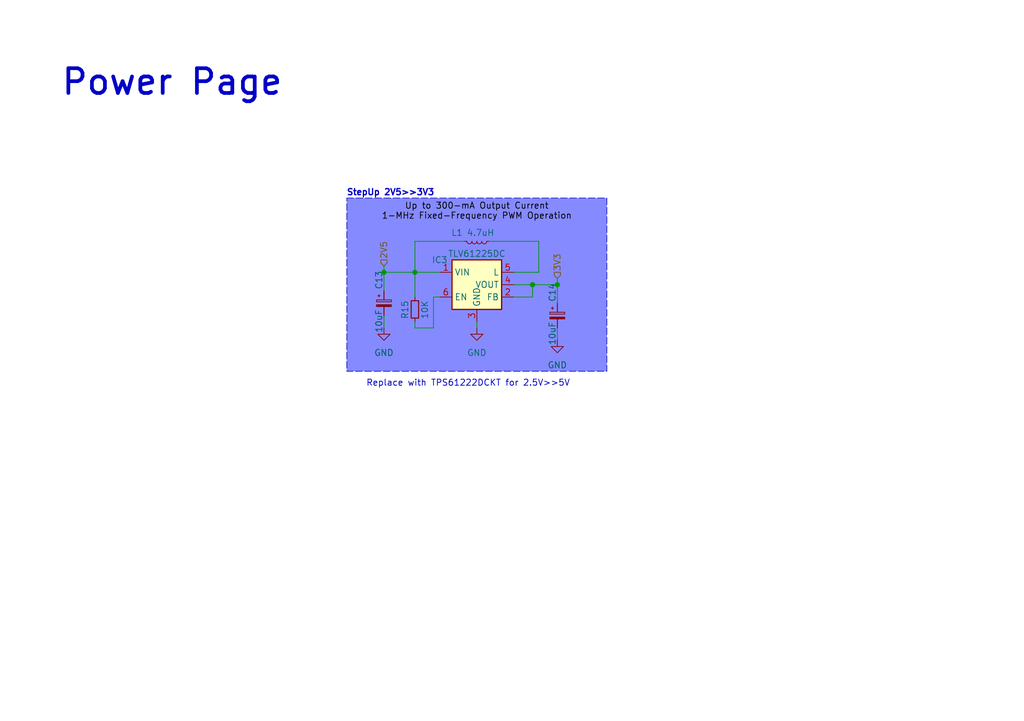
<source format=kicad_sch>
(kicad_sch (version 20231120) (generator "eeschema") (generator_version "8.0")
  (paper "A5")
  (title_block (title "${project_name} ${project_version}") (date "2024-12-02") (rev "${project_version}") (company "${project_creator}") (comment 1 "${project_license}"))
  (lib_symbols
    (symbol "Device:C_Polarized_Small" (pin_numbers hide) (pin_names (offset 0.254) hide)
      (property "Reference" "C" (at 0.254 1.778 0))
      (property "Value" "C_Polarized_Small" (at 0.254 -2.032 0))
      (symbol "C_Polarized_Small_0_1"
        (rectangle (start -1.524 -0.3048) (end 1.524 -0.6858) (fill (type outline)))
        (rectangle (start -1.524 0.6858) (end 1.524 0.3048))
        (polyline (pts (xy -1.27 1.524) (xy -0.762 1.524)))
        (polyline (pts (xy -1.016 1.27) (xy -1.016 1.778)))
      )
      (symbol "C_Polarized_Small_1_1"
        (pin passive line (at 0 2.54 270) (length 1.8542) (name "~") (number "1"))
        (pin passive line (at 0 -2.54 90) (length 1.8542) (name "~") (number "2"))
      )
    )
    (symbol "Device:L_Small" (pin_numbers hide) (pin_names (offset 0.254) hide)
      (property "Reference" "L" (at 0.762 1.016 0))
      (property "Value" "L_Small" (at 0.762 -1.016 0))
      (symbol "L_Small_0_1"
        (arc (start 0 -2.032) (mid 0.5058 -1.524) (end 0 -1.016))
        (arc (start 0 -1.016) (mid 0.5058 -0.508) (end 0 0))
        (arc (start 0 0) (mid 0.5058 0.508) (end 0 1.016))
        (arc (start 0 1.016) (mid 0.5058 1.524) (end 0 2.032))
      )
      (symbol "L_Small_1_1"
        (pin passive line (at 0 2.54 270) (length 0.508) (name "~") (number "1"))
        (pin passive line (at 0 -2.54 90) (length 0.508) (name "~") (number "2"))
      )
    )
    (symbol "Device:R_Small" (pin_numbers hide) (pin_names (offset 0.254) hide)
      (property "Reference" "R" (at 0.762 0.508 0))
      (property "Value" "R_Small" (at 0.762 -1.016 0))
      (symbol "R_Small_0_1"
        (rectangle (start -0.762 1.778) (end 0.762 -1.778) (stroke (width 0.2032)))
      )
      (symbol "R_Small_1_1"
        (pin passive line (at 0 2.54 270) (length 0.762) (name "~") (number "1"))
        (pin passive line (at 0 -2.54 90) (length 0.762) (name "~") (number "2"))
      )
    )
    (symbol "GND_1" (power) (pin_numbers hide) (pin_names (offset 0) hide)
      (property "Value" "GND" (at 0 -3.81 0))
      (symbol "GND_1_0_1"
        (polyline (pts (xy 0 0) (xy 0 -1.27) (xy 1.27 -1.27) (xy 0 -2.54) (xy -1.27 -1.27) (xy 0 -1.27)))
      )
      (symbol "GND_1_1_1"
        (pin power_in line (at 0 0 270) (length 0) (name "~") (number "1"))
      )
    )
    (symbol "Regulator_Switching:TLV61225DC"
      (property "Reference" "U" (at -5.08 6.35 0))
      (property "Value" "TLV61225DC" (at 0 6.35 0))
      (symbol "TLV61225DC_0_1"
        (rectangle (start -5.08 5.08) (end 5.08 -5.08) (stroke (width 0.254)) (fill (type background)))
      )
      (symbol "TLV61225DC_1_1"
        (pin power_in line (at -7.62 2.54 0) (length 2.54) (name "VIN") (number "1"))
        (pin input line (at 7.62 -2.54 180) (length 2.54) (name "FB") (number "2"))
        (pin power_in line (at 0 -7.62 90) (length 2.54) (name "GND") (number "3"))
        (pin power_out line (at 7.62 0 180) (length 2.54) (name "VOUT") (number "4"))
        (pin input line (at 7.62 2.54 180) (length 2.54) (name "L") (number "5"))
        (pin input line (at -7.62 -2.54 0) (length 2.54) (name "EN") (number "6"))
      )
    )
  )
  (junction (at 78.74 55.88))
  (junction (at 114.3 58.42))
  (junction (at 109.22 58.42))
  (junction (at 85.09 55.88))
  (wire (pts (xy 109.22 60.96) (xy 109.22 58.42)))
  (wire (pts (xy 97.79 66.04) (xy 97.79 67.31)))
  (wire (pts (xy 85.09 55.88) (xy 85.09 60.96)))
  (wire (pts (xy 109.22 58.42) (xy 114.3 58.42)))
  (wire (pts (xy 78.74 55.88) (xy 78.74 59.69)))
  (wire (pts (xy 78.74 54.61) (xy 78.74 55.88)))
  (wire (pts (xy 105.41 58.42) (xy 109.22 58.42)))
  (wire (pts (xy 114.3 58.42) (xy 114.3 62.23)))
  (wire (pts (xy 105.41 60.96) (xy 109.22 60.96)))
  (wire (pts (xy 88.9 60.96) (xy 90.17 60.96)))
  (wire (pts (xy 85.09 55.88) (xy 90.17 55.88)))
  (wire (pts (xy 78.74 55.88) (xy 85.09 55.88)))
  (wire (pts (xy 85.09 67.31) (xy 88.9 67.31)))
  (wire (pts (xy 114.3 57.15) (xy 114.3 58.42)))
  (wire (pts (xy 78.74 64.77) (xy 78.74 67.31)))
  (wire (pts (xy 85.09 49.53) (xy 85.09 55.88)))
  (wire (pts (xy 110.49 55.88) (xy 105.41 55.88)))
  (wire (pts (xy 85.09 66.04) (xy 85.09 67.31)))
  (wire (pts (xy 114.3 69.85) (xy 114.3 67.31)))
  (wire (pts (xy 95.25 49.53) (xy 85.09 49.53)))
  (wire (pts (xy 88.9 67.31) (xy 88.9 60.96)))
  (wire (pts (xy 100.33 49.53) (xy 110.49 49.53)))
  (wire (pts (xy 110.49 49.53) (xy 110.49 55.88)))
  (rectangle (start 71.12 40.64) (end 124.46 76.2) (stroke (width 0.127) (type dash)) (fill (type color) (color 0 12 255 0.48)))
  (text "Up to 300-mA Output Current\n1-MHz Fixed-Frequency PWM Operation" (at 97.79 43.434 0) (effects (font (size 1.27 1.27))))
  (text "Power Page" (at 35.306 17.018 0) (effects (font (size 5.08 5.08) (thickness 0.762) (bold yes))))
  (text "StepUp 2V5>>3V3" (at 89.154 40.386 0) (effects (font (size 1.27 1.27) (bold yes)) (justify right bottom)))
  (text "Replace with TPS61222DCKT for 2.5V>>5V" (at 96.012 78.74 0) (effects (font (size 1.27 1.27))))
  (hierarchical_label "2V5" (shape input) (at 78.74 54.61 90))
  (hierarchical_label "3V3" (shape input) (at 114.3 57.15 90))
  (symbol (lib_id "Device:R_Small") (at 85.09 63.5 0) (unit 1)
    (property "Reference" "R15" (at 83.058 65.532 90) (effects (justify left)))
    (property "Value" "10K" (at 87.122 65.532 90) (effects (justify left)))
    (property "Footprint" "Resistor_SMD:R_0402_1005Metric" (effects (hide yes)))
    (property "Description" "Resistor, small symbol" (effects (hide yes)))
    (property "MPN" " RC0603FR-071K1L" (effects (hide yes)))
    (property "Mouser" "603-RC0603FR-071K1L" (effects (hide yes)))
  )
  (symbol (lib_name "GND_1") (lib_id "power:GND") (at 97.79 67.31 0) (unit 1)
    (property "Reference" "#PWR04" (effects (hide yes)))
    (property "Value" "GND" (at 97.79 72.39 0))
    (property "Description" "Power symbol creates a global label with name \"GND\" , ground" (effects (hide yes)))
  )
  (symbol (lib_id "Regulator_Switching:TLV61225DC") (at 97.79 58.42 0) (unit 1)
    (property "Reference" "IC3" (at 90.17 53.34 0))
    (property "Value" "TLV61225DC" (at 97.79 52.07 0))
    (property "Footprint" "Package_TO_SOT_SMD:SOT-363_SC-70-6" (effects (hide yes)))
    (property "Datasheet" "https://www.ti.com/lit/ds/symlink/tlv61225.pdf" (effects (hide yes)))
    (property "Description" "Fixed 3.3V Output Voltage Boost Converter with Power Diode and Isolation Switch, 5uA Quiescent Current, SOT-363" (effects (hide yes)))
  )
  (symbol (lib_id "Device:C_Polarized_Small") (at 78.74 62.23 0) (unit 1)
    (property "Reference" "C13" (at 77.724 59.436 90) (effects (justify left)))
    (property "Value" "10uF" (at 77.724 68.326 90) (effects (justify left)))
    (property "Footprint" "Capacitor_SMD:C_0603_1608Metric" (effects (hide yes)))
    (property "Datasheet" "TAJA106K016RNJ" (effects (hide yes)))
    (property "Description" "Polarized capacitor, small symbol" (effects (hide yes)))
  )
  (symbol (lib_name "GND_1") (lib_id "power:GND") (at 114.3 69.85 0) (unit 1)
    (property "Reference" "#PWR06" (effects (hide yes)))
    (property "Value" "GND" (at 114.3 74.93 0))
    (property "Description" "Power symbol creates a global label with name \"GND\" , ground" (effects (hide yes)))
  )
  (symbol (lib_id "Device:L_Small") (at 97.79 49.53 270) (unit 1)
    (property "Reference" "L1" (at 93.726 47.752 90))
    (property "Value" "4.7uH" (at 98.552 47.752 90))
    (property "Footprint" "Inductor_SMD:L_0603_1608Metric" (effects (hide yes)))
  )
  (symbol (lib_id "Device:C_Polarized_Small") (at 114.3 64.77 0) (unit 1)
    (property "Reference" "C14" (at 113.284 61.976 90) (effects (justify left)))
    (property "Value" "10uF" (at 113.284 70.866 90) (effects (justify left)))
    (property "Footprint" "Capacitor_SMD:C_0603_1608Metric" (effects (hide yes)))
    (property "Datasheet" "TAJA106K016RNJ" (effects (hide yes)))
    (property "Description" "Polarized capacitor, small symbol" (effects (hide yes)))
  )
  (symbol (lib_name "GND_1") (lib_id "power:GND") (at 78.74 67.31 0) (unit 1)
    (property "Reference" "#PWR03" (effects (hide yes)))
    (property "Value" "GND" (at 78.74 72.39 0))
    (property "Description" "Power symbol creates a global label with name \"GND\" , ground" (effects (hide yes)))
  )
)
</source>
